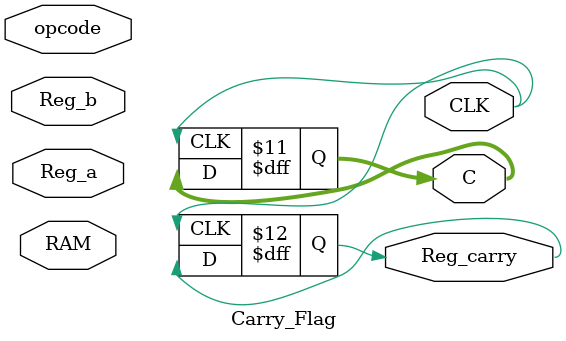
<source format=v>
`timescale 1ns / 1ps



module Carry_Flag(input [7:0]Reg_a, Reg_b,input [2:0]opcode,input RAM, output reg[7:0]C, output reg Reg_carry,CLK);
    //reg cout;
    always@(posedge CLK)begin
        if(opcode == 010) begin //ÓÐ·ûºÅ¼Ó·¨
            {Reg_carry, C} = Reg_a + Reg_b+Reg_carry;
                    Reg_carry = Reg_carry;      //½øÎ»
        end
        else Reg_carry<=Reg_carry;
    end
endmodule


</source>
